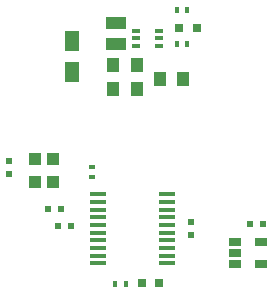
<source format=gtp>
G04 #@! TF.FileFunction,Paste,Top*
%FSLAX46Y46*%
G04 Gerber Fmt 4.6, Leading zero omitted, Abs format (unit mm)*
G04 Created by KiCad (PCBNEW (after 2015-mar-04 BZR unknown)-product) date Thu 19 Nov 2015 08:04:08 PM EST*
%MOMM*%
G01*
G04 APERTURE LIST*
%ADD10C,0.100000*%
%ADD11R,1.230000X1.800000*%
%ADD12R,1.000000X1.250000*%
%ADD13R,0.500000X0.600000*%
%ADD14R,0.800000X0.750000*%
%ADD15R,0.600000X0.500000*%
%ADD16R,0.797560X0.797560*%
%ADD17R,1.780000X1.020000*%
%ADD18R,0.400000X0.600000*%
%ADD19R,0.600000X0.400000*%
%ADD20R,1.000000X1.100000*%
%ADD21R,0.749300X0.398780*%
%ADD22R,1.060000X0.650000*%
%ADD23R,1.450000X0.450000*%
G04 APERTURE END LIST*
D10*
D11*
X133350000Y-61428000D03*
X133350000Y-64048000D03*
D12*
X136795000Y-65532000D03*
X138795000Y-65532000D03*
D13*
X128016000Y-71586000D03*
X128016000Y-72686000D03*
D12*
X136795000Y-63500000D03*
X138795000Y-63500000D03*
D14*
X143879000Y-60325000D03*
X142379000Y-60325000D03*
D12*
X142732000Y-64643000D03*
X140732000Y-64643000D03*
D15*
X133265000Y-77089000D03*
X132165000Y-77089000D03*
X149521000Y-76962000D03*
X148421000Y-76962000D03*
X132376000Y-75692000D03*
X131276000Y-75692000D03*
D13*
X143383000Y-76793000D03*
X143383000Y-77893000D03*
D16*
X140703300Y-81915000D03*
X139204700Y-81915000D03*
D17*
X137033000Y-61723000D03*
X137033000Y-59943000D03*
D18*
X142171000Y-61722000D03*
X143071000Y-61722000D03*
X143071000Y-58801000D03*
X142171000Y-58801000D03*
D19*
X135001000Y-72967000D03*
X135001000Y-72067000D03*
D18*
X137864000Y-82042000D03*
X136964000Y-82042000D03*
D20*
X130187000Y-71440000D03*
X130187000Y-73340000D03*
X131687000Y-73340000D03*
X131687000Y-71440000D03*
D21*
X138750040Y-60563760D03*
X138750040Y-61214000D03*
X138750040Y-61864240D03*
X140649960Y-61864240D03*
X140649960Y-61214000D03*
X140649960Y-60563760D03*
D22*
X147109000Y-78425000D03*
X147109000Y-79375000D03*
X147109000Y-80325000D03*
X149309000Y-80325000D03*
X149309000Y-78425000D03*
D23*
X135480000Y-74418000D03*
X135480000Y-75068000D03*
X135480000Y-75718000D03*
X135480000Y-76368000D03*
X135480000Y-77018000D03*
X135480000Y-77668000D03*
X135480000Y-78318000D03*
X135480000Y-78968000D03*
X135480000Y-79618000D03*
X135480000Y-80268000D03*
X141380000Y-80268000D03*
X141380000Y-79618000D03*
X141380000Y-78968000D03*
X141380000Y-78318000D03*
X141380000Y-77668000D03*
X141380000Y-77018000D03*
X141380000Y-76368000D03*
X141380000Y-75718000D03*
X141380000Y-75068000D03*
X141380000Y-74418000D03*
M02*

</source>
